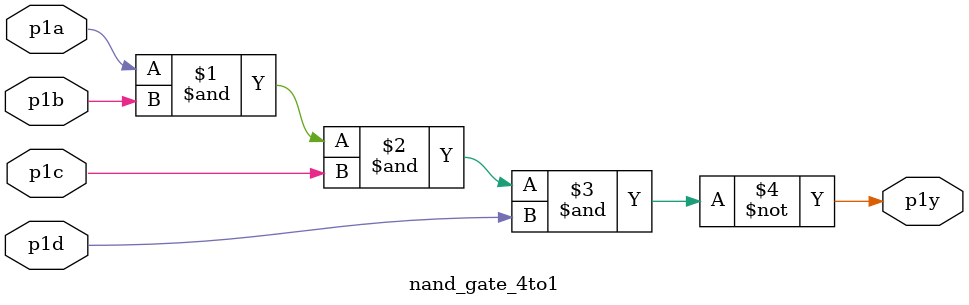
<source format=sv>
module top_module(
  input p1a,
  input p1b,
  input p1c,
  input p1d,
  output p1y,
  input p2a,
  input p2b,
  input p2c,
  input p2d,
  output p2y
);

  // Declare internal wires
  wire nand1_out;
  wire nand2_out;

  // Instantiate the 4-input NAND gates
  nand_gate_4to1 nand1(
    .p1a(p1a),
    .p1b(p1b),
    .p1c(p1c),
    .p1d(p1d),
    .p1y(nand1_out)
  );

  nand_gate_4to1 nand2(
    .p1a(p2a),
    .p1b(p2b),
    .p1c(p2c),
    .p1d(p2d),
    .p1y(nand2_out)
  );

  // Output connections
  assign p1y = nand1_out;
  assign p2y = nand2_out;

endmodule
module nand_gate_4to1(
  input p1a,
  input p1b,
  input p1c,
  input p1d,
  output p1y
);
  assign p1y = ~(p1a & p1b & p1c & p1d);
endmodule

</source>
